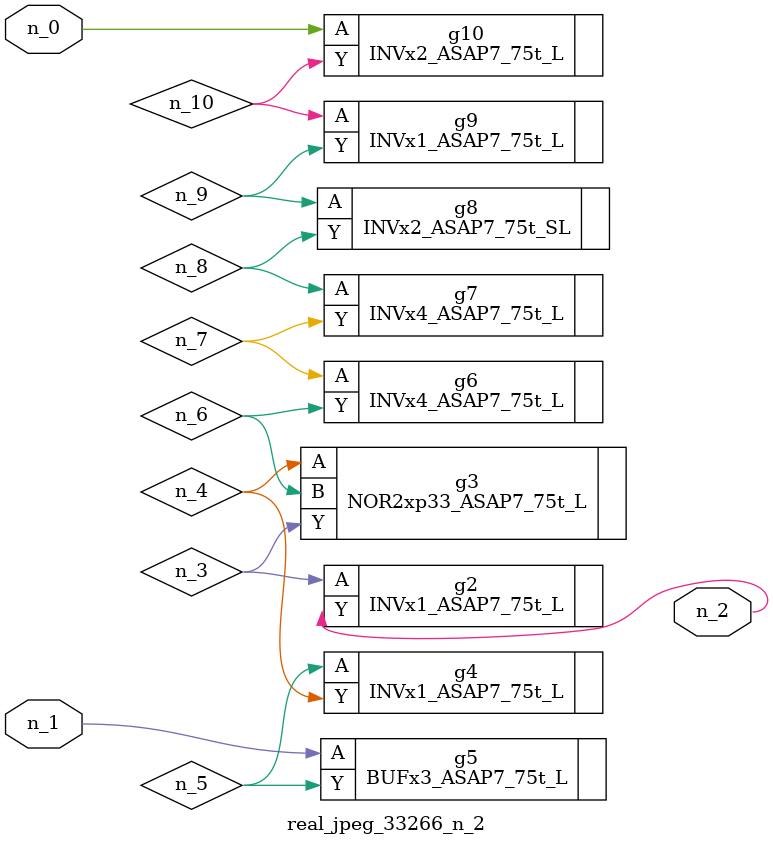
<source format=v>
module real_jpeg_33266_n_2 (n_1, n_0, n_2);

input n_1;
input n_0;

output n_2;

wire n_5;
wire n_4;
wire n_8;
wire n_6;
wire n_7;
wire n_3;
wire n_10;
wire n_9;

INVx2_ASAP7_75t_L g10 ( 
.A(n_0),
.Y(n_10)
);

BUFx3_ASAP7_75t_L g5 ( 
.A(n_1),
.Y(n_5)
);

INVx1_ASAP7_75t_L g2 ( 
.A(n_3),
.Y(n_2)
);

NOR2xp33_ASAP7_75t_L g3 ( 
.A(n_4),
.B(n_6),
.Y(n_3)
);

INVx1_ASAP7_75t_L g4 ( 
.A(n_5),
.Y(n_4)
);

INVx4_ASAP7_75t_L g6 ( 
.A(n_7),
.Y(n_6)
);

INVx4_ASAP7_75t_L g7 ( 
.A(n_8),
.Y(n_7)
);

INVx2_ASAP7_75t_SL g8 ( 
.A(n_9),
.Y(n_8)
);

INVx1_ASAP7_75t_L g9 ( 
.A(n_10),
.Y(n_9)
);


endmodule
</source>
